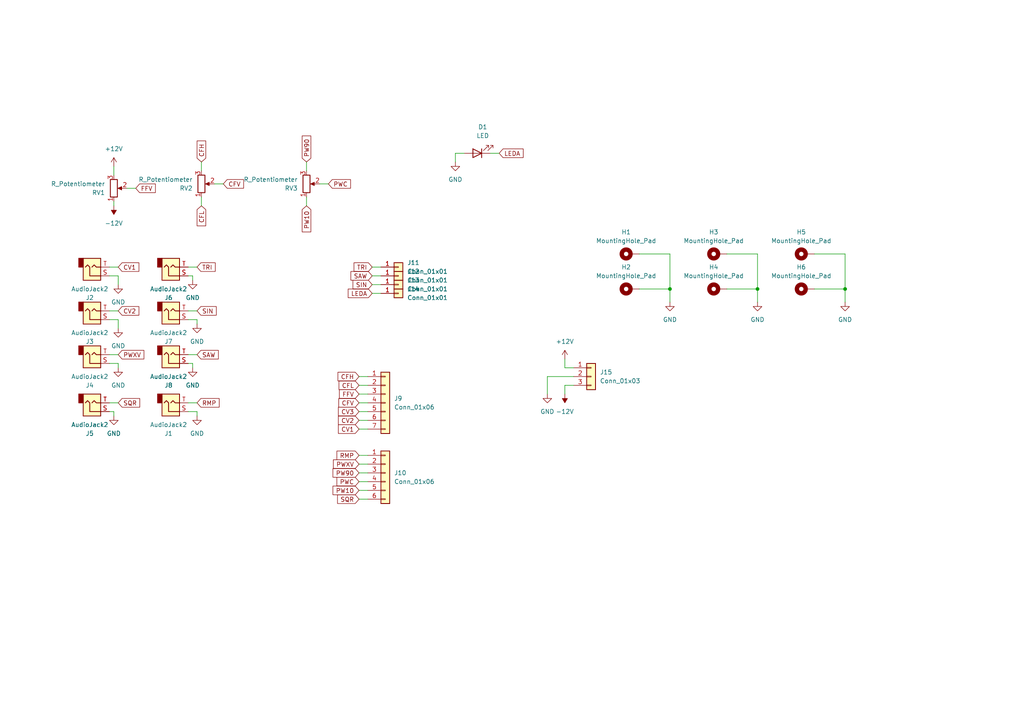
<source format=kicad_sch>
(kicad_sch (version 20230121) (generator eeschema)
  (paper "A4")
  (lib_symbols
    (symbol "Connector-github:AudioJack2"
      (property "Reference" "J" (at 0 8.89 0))
      (property "Value" "AudioJack2" (at 0 6.35 0))
      (symbol "AudioJack2_0_1"
        (rectangle (start -3.81 0) (end -2.54 -2.54) (stroke (width 0.254)) (fill (type outline)))
        (rectangle (start -2.54 3.81) (end 2.54 -2.54) (stroke (width 0.254)) (fill (type background)))
        (polyline (pts (xy 0 0) (xy 0.635 -0.635) (xy 1.27 0) (xy 2.54 0)) (stroke (width 0.254)))
        (polyline (pts (xy 2.54 2.54) (xy -0.635 2.54) (xy -0.635 0) (xy -1.27 -0.635) (xy -1.905 0)) (stroke (width 0.254)))
      )
      (symbol "AudioJack2_1_1"
        (pin passive line (at 5.08 2.54 180) (length 2.54) (name "~") (number "S"))
        (pin passive line (at 5.08 0 180) (length 2.54) (name "~") (number "T"))
      )
    )
    (symbol "Connector_Generic:Conn_01x01" (pin_names (offset 1.016) hide)
      (property "Reference" "J" (at 0 2.54 0))
      (property "Value" "Conn_01x01" (at 0 -2.54 0))
      (symbol "Conn_01x01_1_1"
        (rectangle (start -1.27 0.127) (end 0 -0.127) (stroke (width 0.1524)))
        (rectangle (start -1.27 1.27) (end 1.27 -1.27) (stroke (width 0.254)) (fill (type background)))
        (pin passive line (at -5.08 0 0) (length 3.81) (name "Pin_1") (number "1"))
      )
    )
    (symbol "Connector_Generic:Conn_01x03" (pin_names (offset 1.016) hide)
      (property "Reference" "J" (at 0 5.08 0))
      (property "Value" "Conn_01x03" (at 0 -5.08 0))
      (symbol "Conn_01x03_1_1"
        (rectangle (start -1.27 -2.413) (end 0 -2.667) (stroke (width 0.1524)))
        (rectangle (start -1.27 0.127) (end 0 -0.127) (stroke (width 0.1524)))
        (rectangle (start -1.27 2.667) (end 0 2.413) (stroke (width 0.1524)))
        (rectangle (start -1.27 3.81) (end 1.27 -3.81) (stroke (width 0.254)) (fill (type background)))
        (pin passive line (at -5.08 2.54 0) (length 3.81) (name "Pin_1") (number "1"))
        (pin passive line (at -5.08 0 0) (length 3.81) (name "Pin_2") (number "2"))
        (pin passive line (at -5.08 -2.54 0) (length 3.81) (name "Pin_3") (number "3"))
      )
    )
    (symbol "Connector_Generic:Conn_01x06" (pin_names (offset 1.016) hide)
      (property "Reference" "J" (at 0 7.62 0))
      (property "Value" "Conn_01x06" (at 0 -10.16 0))
      (symbol "Conn_01x06_1_1"
        (rectangle (start -1.27 -7.493) (end 0 -7.747) (stroke (width 0.1524)))
        (rectangle (start -1.27 -4.953) (end 0 -5.207) (stroke (width 0.1524)))
        (rectangle (start -1.27 -2.413) (end 0 -2.667) (stroke (width 0.1524)))
        (rectangle (start -1.27 0.127) (end 0 -0.127) (stroke (width 0.1524)))
        (rectangle (start -1.27 2.667) (end 0 2.413) (stroke (width 0.1524)))
        (rectangle (start -1.27 5.207) (end 0 4.953) (stroke (width 0.1524)))
        (rectangle (start -1.27 6.35) (end 1.27 -8.89) (stroke (width 0.254)) (fill (type background)))
        (pin passive line (at -5.08 5.08 0) (length 3.81) (name "Pin_1") (number "1"))
        (pin passive line (at -5.08 2.54 0) (length 3.81) (name "Pin_2") (number "2"))
        (pin passive line (at -5.08 0 0) (length 3.81) (name "Pin_3") (number "3"))
        (pin passive line (at -5.08 -2.54 0) (length 3.81) (name "Pin_4") (number "4"))
        (pin passive line (at -5.08 -5.08 0) (length 3.81) (name "Pin_5") (number "5"))
        (pin passive line (at -5.08 -7.62 0) (length 3.81) (name "Pin_6") (number "6"))
      )
    )
    (symbol "Connector_Generic:Conn_01x07" (pin_names (offset 1.016) hide)
      (property "Reference" "J" (at 0 10.16 0))
      (property "Value" "Conn_01x07" (at 0 -10.16 0))
      (symbol "Conn_01x07_1_1"
        (rectangle (start -1.27 -7.493) (end 0 -7.747) (stroke (width 0.1524)))
        (rectangle (start -1.27 -4.953) (end 0 -5.207) (stroke (width 0.1524)))
        (rectangle (start -1.27 -2.413) (end 0 -2.667) (stroke (width 0.1524)))
        (rectangle (start -1.27 0.127) (end 0 -0.127) (stroke (width 0.1524)))
        (rectangle (start -1.27 2.667) (end 0 2.413) (stroke (width 0.1524)))
        (rectangle (start -1.27 5.207) (end 0 4.953) (stroke (width 0.1524)))
        (rectangle (start -1.27 7.747) (end 0 7.493) (stroke (width 0.1524)))
        (rectangle (start -1.27 8.89) (end 1.27 -8.89) (stroke (width 0.254)) (fill (type background)))
        (pin passive line (at -5.08 7.62 0) (length 3.81) (name "Pin_1") (number "1"))
        (pin passive line (at -5.08 5.08 0) (length 3.81) (name "Pin_2") (number "2"))
        (pin passive line (at -5.08 2.54 0) (length 3.81) (name "Pin_3") (number "3"))
        (pin passive line (at -5.08 0 0) (length 3.81) (name "Pin_4") (number "4"))
        (pin passive line (at -5.08 -2.54 0) (length 3.81) (name "Pin_5") (number "5"))
        (pin passive line (at -5.08 -5.08 0) (length 3.81) (name "Pin_6") (number "6"))
        (pin passive line (at -5.08 -7.62 0) (length 3.81) (name "Pin_7") (number "7"))
      )
    )
    (symbol "Device:LED" (pin_numbers hide) (pin_names (offset 1.016) hide)
      (property "Reference" "D" (at 0 2.54 0))
      (property "Value" "LED" (at 0 -2.54 0))
      (symbol "LED_0_1"
        (polyline (pts (xy -1.27 -1.27) (xy -1.27 1.27)) (stroke (width 0.254)))
        (polyline (pts (xy -1.27 0) (xy 1.27 0)))
        (polyline (pts (xy 1.27 -1.27) (xy 1.27 1.27) (xy -1.27 0) (xy 1.27 -1.27)) (stroke (width 0.254)))
        (polyline (pts (xy -3.048 -0.762) (xy -4.572 -2.286) (xy -3.81 -2.286) (xy -4.572 -2.286) (xy -4.572 -1.524)))
        (polyline (pts (xy -1.778 -0.762) (xy -3.302 -2.286) (xy -2.54 -2.286) (xy -3.302 -2.286) (xy -3.302 -1.524)))
      )
      (symbol "LED_1_1"
        (pin passive line (at -3.81 0 0) (length 2.54) (name "K") (number "1"))
        (pin passive line (at 3.81 0 180) (length 2.54) (name "A") (number "2"))
      )
    )
    (symbol "Device:R_Potentiometer" (pin_names (offset 1.016) hide)
      (property "Reference" "RV" (at -4.445 0 90))
      (property "Value" "R_Potentiometer" (at -2.54 0 90))
      (symbol "R_Potentiometer_0_1"
        (polyline (pts (xy 2.54 0) (xy 1.524 0)))
        (polyline (pts (xy 1.143 0) (xy 2.286 0.508) (xy 2.286 -0.508) (xy 1.143 0)) (fill (type outline)))
        (rectangle (start 1.016 2.54) (end -1.016 -2.54) (stroke (width 0.254)))
      )
      (symbol "R_Potentiometer_1_1"
        (pin passive line (at 0 3.81 270) (length 1.27) (name "1") (number "1"))
        (pin passive line (at 3.81 0 180) (length 1.27) (name "2") (number "2"))
        (pin passive line (at 0 -3.81 90) (length 1.27) (name "3") (number "3"))
      )
    )
    (symbol "Mechanical:MountingHole_Pad" (pin_numbers hide) (pin_names (offset 1.016) hide)
      (property "Reference" "H" (at 0 6.35 0))
      (property "Value" "MountingHole_Pad" (at 0 4.445 0))
      (symbol "MountingHole_Pad_0_1"
        (circle (center 0 1.27) (radius 1.27) (stroke (width 1.27)))
      )
      (symbol "MountingHole_Pad_1_1"
        (pin input line (at 0 -2.54 90) (length 2.54) (name "1") (number "1"))
      )
    )
    (symbol "power:+12V" (power) (pin_names (offset 0))
      (property "Value" "+12V" (at 0 3.556 0))
      (symbol "+12V_0_1"
        (polyline (pts (xy -0.762 1.27) (xy 0 2.54)))
        (polyline (pts (xy 0 0) (xy 0 2.54)))
        (polyline (pts (xy 0 2.54) (xy 0.762 1.27)))
      )
      (symbol "+12V_1_1"
        (pin power_in line (at 0 0 90) (length 0) hide (name "+12V") (number "1"))
      )
    )
    (symbol "power:-12V" (power) (pin_names (offset 0))
      (property "Value" "-12V" (at 0 3.81 0))
      (symbol "-12V_0_0"
        (pin power_in line (at 0 0 90) (length 0) hide (name "-12V") (number "1"))
      )
      (symbol "-12V_0_1"
        (polyline (pts (xy 0 0) (xy 0 1.27) (xy 0.762 1.27) (xy 0 2.54) (xy -0.762 1.27) (xy 0 1.27)) (fill (type outline)))
      )
    )
    (symbol "power:GND" (power) (pin_names (offset 0))
      (property "Value" "GND" (at 0 -3.81 0))
      (symbol "GND_0_1"
        (polyline (pts (xy 0 0) (xy 0 -1.27) (xy 1.27 -1.27) (xy 0 -2.54) (xy -1.27 -1.27) (xy 0 -1.27)))
      )
      (symbol "GND_1_1"
        (pin power_in line (at 0 0 270) (length 0) hide (name "GND") (number "1"))
      )
    )
  )
  (junction (at 245.11 83.82))
  (junction (at 194.31 83.82))
  (junction (at 219.71 83.82))
  (wire (pts (xy 92.71 53.34) (xy 95.25 53.34)))
  (wire (pts (xy 194.31 83.82) (xy 194.31 87.63)))
  (wire (pts (xy 58.42 46.99) (xy 58.42 49.53)))
  (wire (pts (xy 104.14 121.92) (xy 106.68 121.92)))
  (wire (pts (xy 104.14 119.38) (xy 106.68 119.38)))
  (wire (pts (xy 34.29 80.01) (xy 34.29 82.55)))
  (wire (pts (xy 107.95 80.01) (xy 110.49 80.01)))
  (wire (pts (xy 31.75 116.84) (xy 34.29 116.84)))
  (wire (pts (xy 219.71 83.82) (xy 219.71 73.66)))
  (wire (pts (xy 33.02 119.38) (xy 33.02 120.65)))
  (wire (pts (xy 54.61 92.71) (xy 57.15 92.71)))
  (wire (pts (xy 245.11 83.82) (xy 245.11 87.63)))
  (wire (pts (xy 36.83 54.61) (xy 39.37 54.61)))
  (wire (pts (xy 104.14 116.84) (xy 106.68 116.84)))
  (wire (pts (xy 54.61 90.17) (xy 57.15 90.17)))
  (wire (pts (xy 132.08 44.45) (xy 132.08 46.99)))
  (wire (pts (xy 163.83 106.68) (xy 163.83 104.14)))
  (wire (pts (xy 57.15 92.71) (xy 57.15 93.98)))
  (wire (pts (xy 158.75 109.22) (xy 158.75 114.3)))
  (wire (pts (xy 31.75 119.38) (xy 33.02 119.38)))
  (wire (pts (xy 245.11 83.82) (xy 245.11 73.66)))
  (wire (pts (xy 142.24 44.45) (xy 144.78 44.45)))
  (wire (pts (xy 163.83 111.76) (xy 163.83 114.3)))
  (wire (pts (xy 104.14 124.46) (xy 106.68 124.46)))
  (wire (pts (xy 134.62 44.45) (xy 132.08 44.45)))
  (wire (pts (xy 107.95 85.09) (xy 110.49 85.09)))
  (wire (pts (xy 245.11 73.66) (xy 236.22 73.66)))
  (wire (pts (xy 166.37 106.68) (xy 163.83 106.68)))
  (wire (pts (xy 104.14 137.16) (xy 106.68 137.16)))
  (wire (pts (xy 54.61 80.01) (xy 55.88 80.01)))
  (wire (pts (xy 219.71 83.82) (xy 219.71 87.63)))
  (wire (pts (xy 104.14 139.7) (xy 106.68 139.7)))
  (wire (pts (xy 31.75 77.47) (xy 34.29 77.47)))
  (wire (pts (xy 34.29 105.41) (xy 34.29 106.68)))
  (wire (pts (xy 185.42 83.82) (xy 194.31 83.82)))
  (wire (pts (xy 88.9 57.15) (xy 88.9 59.69)))
  (wire (pts (xy 33.02 58.42) (xy 33.02 59.69)))
  (wire (pts (xy 31.75 92.71) (xy 34.29 92.71)))
  (wire (pts (xy 166.37 109.22) (xy 158.75 109.22)))
  (wire (pts (xy 58.42 57.15) (xy 58.42 59.69)))
  (wire (pts (xy 104.14 111.76) (xy 106.68 111.76)))
  (wire (pts (xy 31.75 90.17) (xy 34.29 90.17)))
  (wire (pts (xy 104.14 142.24) (xy 106.68 142.24)))
  (wire (pts (xy 62.23 53.34) (xy 64.77 53.34)))
  (wire (pts (xy 54.61 102.87) (xy 57.15 102.87)))
  (wire (pts (xy 219.71 73.66) (xy 210.82 73.66)))
  (wire (pts (xy 54.61 116.84) (xy 57.15 116.84)))
  (wire (pts (xy 194.31 73.66) (xy 185.42 73.66)))
  (wire (pts (xy 55.88 105.41) (xy 55.88 106.68)))
  (wire (pts (xy 104.14 132.08) (xy 106.68 132.08)))
  (wire (pts (xy 194.31 83.82) (xy 194.31 73.66)))
  (wire (pts (xy 210.82 83.82) (xy 219.71 83.82)))
  (wire (pts (xy 54.61 77.47) (xy 57.15 77.47)))
  (wire (pts (xy 31.75 80.01) (xy 34.29 80.01)))
  (wire (pts (xy 107.95 82.55) (xy 110.49 82.55)))
  (wire (pts (xy 104.14 109.22) (xy 106.68 109.22)))
  (wire (pts (xy 104.14 144.78) (xy 106.68 144.78)))
  (wire (pts (xy 104.14 114.3) (xy 106.68 114.3)))
  (wire (pts (xy 31.75 102.87) (xy 34.29 102.87)))
  (wire (pts (xy 54.61 119.38) (xy 57.15 119.38)))
  (wire (pts (xy 31.75 105.41) (xy 34.29 105.41)))
  (wire (pts (xy 57.15 119.38) (xy 57.15 120.65)))
  (wire (pts (xy 54.61 105.41) (xy 55.88 105.41)))
  (wire (pts (xy 236.22 83.82) (xy 245.11 83.82)))
  (wire (pts (xy 34.29 92.71) (xy 34.29 95.25)))
  (wire (pts (xy 33.02 48.26) (xy 33.02 50.8)))
  (wire (pts (xy 55.88 80.01) (xy 55.88 81.28)))
  (wire (pts (xy 166.37 111.76) (xy 163.83 111.76)))
  (wire (pts (xy 107.95 77.47) (xy 110.49 77.47)))
  (wire (pts (xy 88.9 46.99) (xy 88.9 49.53)))
  (wire (pts (xy 104.14 134.62) (xy 106.68 134.62)))
  (global_label "CV2" (shape input) (at 104.14 121.92 180) (property "Intersheetrefs" "${INTERSHEET_REFS}" (effects hide)))
  (global_label "PW90" (shape input) (at 104.14 137.16 180) (property "Intersheetrefs" "${INTERSHEET_REFS}" (effects hide)))
  (global_label "CFL" (shape input) (at 58.42 59.69 270) (property "Intersheetrefs" "${INTERSHEET_REFS}" (effects hide)))
  (global_label "CFL" (shape input) (at 104.14 111.76 180) (property "Intersheetrefs" "${INTERSHEET_REFS}" (effects hide)))
  (global_label "PWC" (shape input) (at 95.25 53.34 0) (property "Intersheetrefs" "${INTERSHEET_REFS}" (effects hide)))
  (global_label "CV2" (shape input) (at 34.29 90.17 0) (property "Intersheetrefs" "${INTERSHEET_REFS}" (effects hide)))
  (global_label "SIN" (shape input) (at 57.15 90.17 0) (property "Intersheetrefs" "${INTERSHEET_REFS}" (effects hide)))
  (global_label "PWXV" (shape input) (at 34.29 102.87 0) (property "Intersheetrefs" "${INTERSHEET_REFS}" (effects hide)))
  (global_label "SQR" (shape input) (at 104.14 144.78 180) (property "Intersheetrefs" "${INTERSHEET_REFS}" (effects hide)))
  (global_label "SIN" (shape input) (at 107.95 82.55 180) (property "Intersheetrefs" "${INTERSHEET_REFS}" (effects hide)))
  (global_label "FFV" (shape input) (at 39.37 54.61 0) (property "Intersheetrefs" "${INTERSHEET_REFS}" (effects hide)))
  (global_label "SAW" (shape input) (at 107.95 80.01 180) (property "Intersheetrefs" "${INTERSHEET_REFS}" (effects hide)))
  (global_label "TRI" (shape input) (at 107.95 77.47 180) (property "Intersheetrefs" "${INTERSHEET_REFS}" (effects hide)))
  (global_label "CFV" (shape input) (at 104.14 116.84 180) (property "Intersheetrefs" "${INTERSHEET_REFS}" (effects hide)))
  (global_label "PW90" (shape input) (at 88.9 46.99 90) (property "Intersheetrefs" "${INTERSHEET_REFS}" (effects hide)))
  (global_label "LEDA" (shape input) (at 107.95 85.09 180) (property "Intersheetrefs" "${INTERSHEET_REFS}" (effects hide)))
  (global_label "CFV" (shape input) (at 64.77 53.34 0) (property "Intersheetrefs" "${INTERSHEET_REFS}" (effects hide)))
  (global_label "CV1" (shape input) (at 104.14 124.46 180) (property "Intersheetrefs" "${INTERSHEET_REFS}" (effects hide)))
  (global_label "CV1" (shape input) (at 34.29 77.47 0) (property "Intersheetrefs" "${INTERSHEET_REFS}" (effects hide)))
  (global_label "SQR" (shape input) (at 34.29 116.84 0) (property "Intersheetrefs" "${INTERSHEET_REFS}" (effects hide)))
  (global_label "TRI" (shape input) (at 57.15 77.47 0) (property "Intersheetrefs" "${INTERSHEET_REFS}" (effects hide)))
  (global_label "FFV" (shape input) (at 104.14 114.3 180) (property "Intersheetrefs" "${INTERSHEET_REFS}" (effects hide)))
  (global_label "CFH" (shape input) (at 104.14 109.22 180) (property "Intersheetrefs" "${INTERSHEET_REFS}" (effects hide)))
  (global_label "PW10" (shape input) (at 104.14 142.24 180) (property "Intersheetrefs" "${INTERSHEET_REFS}" (effects hide)))
  (global_label "PWXV" (shape input) (at 104.14 134.62 180) (property "Intersheetrefs" "${INTERSHEET_REFS}" (effects hide)))
  (global_label "RMP" (shape input) (at 104.14 132.08 180) (property "Intersheetrefs" "${INTERSHEET_REFS}" (effects hide)))
  (global_label "PWC" (shape input) (at 104.14 139.7 180) (property "Intersheetrefs" "${INTERSHEET_REFS}" (effects hide)))
  (global_label "RMP" (shape input) (at 57.15 116.84 0) (property "Intersheetrefs" "${INTERSHEET_REFS}" (effects hide)))
  (global_label "CV3" (shape input) (at 104.14 119.38 180) (property "Intersheetrefs" "${INTERSHEET_REFS}" (effects hide)))
  (global_label "SAW" (shape input) (at 57.15 102.87 0) (property "Intersheetrefs" "${INTERSHEET_REFS}" (effects hide)))
  (global_label "LEDA" (shape input) (at 144.78 44.45 0) (property "Intersheetrefs" "${INTERSHEET_REFS}" (effects hide)))
  (global_label "PW10" (shape input) (at 88.9 59.69 270) (property "Intersheetrefs" "${INTERSHEET_REFS}" (effects hide)))
  (global_label "CFH" (shape input) (at 58.42 46.99 90) (property "Intersheetrefs" "${INTERSHEET_REFS}" (effects hide)))
  (symbol (lib_id "power:GND") (at 34.29 106.68 0) (unit 1)
    (property "Reference" "#PWR03" (effects hide))
    (property "Value" "GND" (at 34.29 111.76 0))
  )
  (symbol (lib_id "power:-12V") (at 33.02 59.69 180) (unit 1)
    (property "Reference" "#PWR09" (effects hide))
    (property "Value" "-12V" (at 33.02 64.77 0))
  )
  (symbol (lib_id "Device:R_Potentiometer") (at 33.02 54.61 0) (mirror x) (unit 1)
    (property "Reference" "RV1" (at 30.48 55.88 0) (effects (justify right)))
    (property "Value" "R_Potentiometer" (at 30.48 53.34 0) (effects (justify right)))
    (property "Footprint" "Library:Potentiometer_Bourns_PTV09A-1_Single_Vertical" (effects hide))
  )
  (symbol (lib_id "Connector-github:AudioJack2") (at 49.53 102.87 0) (mirror x) (unit 1)
    (property "Reference" "J8" (at 48.895 111.76 0))
    (property "Value" "AudioJack2" (at 48.895 109.22 0))
    (property "Footprint" "Library:Jack_3.5mm_QingPu_WQP-PJ398SM_Vertical_CircularHoles" (effects hide))
  )
  (symbol (lib_id "Connector_Generic:Conn_01x01") (at 115.57 82.55 0) (unit 1)
    (property "Reference" "J13" (at 118.11 81.28 0) (effects (justify left)))
    (property "Value" "Conn_01x01" (at 118.11 83.82 0) (effects (justify left)))
    (property "Footprint" "Connector_PinHeader_2.54mm:PinHeader_1x01_P2.54mm_Vertical" (effects hide))
  )
  (symbol (lib_id "Connector-github:AudioJack2") (at 26.67 90.17 0) (mirror x) (unit 1)
    (property "Reference" "J3" (at 26.035 99.06 0))
    (property "Value" "AudioJack2" (at 26.035 96.52 0))
    (property "Footprint" "Library:Jack_3.5mm_QingPu_WQP-PJ398SM_Vertical_CircularHoles" (effects hide))
  )
  (symbol (lib_id "Connector-github:AudioJack2") (at 26.67 116.84 0) (mirror x) (unit 1)
    (property "Reference" "J5" (at 26.035 125.73 0))
    (property "Value" "AudioJack2" (at 26.035 123.19 0))
    (property "Footprint" "Library:Jack_3.5mm_QingPu_WQP-PJ398SM_Vertical_CircularHoles" (effects hide))
  )
  (symbol (lib_id "Connector_Generic:Conn_01x01") (at 115.57 80.01 0) (unit 1)
    (property "Reference" "J12" (at 118.11 78.74 0) (effects (justify left)))
    (property "Value" "Conn_01x01" (at 118.11 81.28 0) (effects (justify left)))
    (property "Footprint" "Connector_PinHeader_2.54mm:PinHeader_1x01_P2.54mm_Vertical" (effects hide))
  )
  (symbol (lib_id "power:GND") (at 33.02 120.65 0) (unit 1)
    (property "Reference" "#PWR04" (effects hide))
    (property "Value" "GND" (at 33.02 125.73 0))
  )
  (symbol (lib_id "Connector_Generic:Conn_01x01") (at 115.57 77.47 0) (unit 1)
    (property "Reference" "J11" (at 118.11 76.2 0) (effects (justify left)))
    (property "Value" "Conn_01x01" (at 118.11 78.74 0) (effects (justify left)))
    (property "Footprint" "Connector_PinHeader_2.54mm:PinHeader_1x01_P2.54mm_Vertical" (effects hide))
  )
  (symbol (lib_id "power:+12V") (at 33.02 48.26 0) (unit 1)
    (property "Reference" "#PWR010" (effects hide))
    (property "Value" "+12V" (at 33.02 43.18 0))
  )
  (symbol (lib_id "Device:R_Potentiometer") (at 88.9 53.34 0) (mirror x) (unit 1)
    (property "Reference" "RV3" (at 86.36 54.61 0) (effects (justify right)))
    (property "Value" "R_Potentiometer" (at 86.36 52.07 0) (effects (justify right)))
    (property "Footprint" "Library:Potentiometer_Bourns_PTV09A-1_Single_Vertical" (effects hide))
  )
  (symbol (lib_id "Connector-github:AudioJack2") (at 49.53 116.84 0) (mirror x) (unit 1)
    (property "Reference" "J1" (at 48.895 125.73 0))
    (property "Value" "AudioJack2" (at 48.895 123.19 0))
    (property "Footprint" "Library:Jack_3.5mm_QingPu_WQP-PJ398SM_Vertical_CircularHoles" (effects hide))
  )
  (symbol (lib_id "Mechanical:MountingHole_Pad") (at 233.68 83.82 90) (unit 1)
    (property "Reference" "H6" (at 232.41 77.47 90))
    (property "Value" "MountingHole_Pad" (at 232.41 80.01 90))
    (property "Footprint" "MountingHole:MountingHole_3.2mm_M3_DIN965_Pad" (effects hide))
  )
  (symbol (lib_id "Device:LED") (at 138.43 44.45 180) (unit 1)
    (property "Reference" "D1" (at 140.0175 36.83 0))
    (property "Value" "LED" (at 140.0175 39.37 0))
    (property "Footprint" "LED_THT:LED_D3.0mm" (effects hide))
  )
  (symbol (lib_id "Connector-github:AudioJack2") (at 26.67 102.87 0) (mirror x) (unit 1)
    (property "Reference" "J4" (at 26.035 111.76 0))
    (property "Value" "AudioJack2" (at 26.035 109.22 0))
    (property "Footprint" "Library:Jack_3.5mm_QingPu_WQP-PJ398SM_Vertical_CircularHoles" (effects hide))
  )
  (symbol (lib_id "power:GND") (at 34.29 95.25 0) (unit 1)
    (property "Reference" "#PWR02" (effects hide))
    (property "Value" "GND" (at 34.29 100.33 0))
  )
  (symbol (lib_id "power:GND") (at 57.15 120.65 0) (unit 1)
    (property "Reference" "#PWR05" (effects hide))
    (property "Value" "GND" (at 57.15 125.73 0))
  )
  (symbol (lib_id "Mechanical:MountingHole_Pad") (at 208.28 83.82 90) (unit 1)
    (property "Reference" "H4" (at 207.01 77.47 90))
    (property "Value" "MountingHole_Pad" (at 207.01 80.01 90))
    (property "Footprint" "MountingHole:MountingHole_3.2mm_M3_DIN965_Pad" (effects hide))
  )
  (symbol (lib_id "Connector_Generic:Conn_01x06") (at 111.76 137.16 0) (unit 1)
    (property "Reference" "J10" (at 114.3 137.16 0) (effects (justify left)))
    (property "Value" "Conn_01x06" (at 114.3 139.7 0) (effects (justify left)))
    (property "Footprint" "Connector_PinHeader_2.54mm:PinHeader_1x06_P2.54mm_Vertical" (effects hide))
  )
  (symbol (lib_id "Connector-github:AudioJack2") (at 49.53 90.17 0) (mirror x) (unit 1)
    (property "Reference" "J7" (at 48.895 99.06 0))
    (property "Value" "AudioJack2" (at 48.895 96.52 0))
    (property "Footprint" "Library:Jack_3.5mm_QingPu_WQP-PJ398SM_Vertical_CircularHoles" (effects hide))
  )
  (symbol (lib_id "power:-12V") (at 163.83 114.3 180) (unit 1)
    (property "Reference" "#PWR014" (effects hide))
    (property "Value" "-12V" (at 163.83 119.38 0))
  )
  (symbol (lib_id "Mechanical:MountingHole_Pad") (at 233.68 73.66 90) (unit 1)
    (property "Reference" "H5" (at 232.41 67.31 90))
    (property "Value" "MountingHole_Pad" (at 232.41 69.85 90))
    (property "Footprint" "MountingHole:MountingHole_3.2mm_M3_DIN965_Pad" (effects hide))
  )
  (symbol (lib_id "Mechanical:MountingHole_Pad") (at 182.88 83.82 90) (unit 1)
    (property "Reference" "H2" (at 181.61 77.47 90))
    (property "Value" "MountingHole_Pad" (at 181.61 80.01 90))
    (property "Footprint" "MountingHole:MountingHole_3.2mm_M3_DIN965_Pad" (effects hide))
  )
  (symbol (lib_id "Connector-github:AudioJack2") (at 26.67 77.47 0) (mirror x) (unit 1)
    (property "Reference" "J2" (at 26.035 86.36 0))
    (property "Value" "AudioJack2" (at 26.035 83.82 0))
    (property "Footprint" "Library:Jack_3.5mm_QingPu_WQP-PJ398SM_Vertical_CircularHoles" (effects hide))
  )
  (symbol (lib_id "power:GND") (at 55.88 106.68 0) (unit 1)
    (property "Reference" "#PWR06" (effects hide))
    (property "Value" "GND" (at 55.88 111.76 0))
  )
  (symbol (lib_id "Mechanical:MountingHole_Pad") (at 182.88 73.66 90) (unit 1)
    (property "Reference" "H1" (at 181.61 67.31 90))
    (property "Value" "MountingHole_Pad" (at 181.61 69.85 90))
    (property "Footprint" "MountingHole:MountingHole_3.2mm_M3_DIN965_Pad" (effects hide))
  )
  (symbol (lib_id "Connector-github:AudioJack2") (at 49.53 77.47 0) (mirror x) (unit 1)
    (property "Reference" "J6" (at 48.895 86.36 0))
    (property "Value" "AudioJack2" (at 48.895 83.82 0))
    (property "Footprint" "Library:Jack_3.5mm_QingPu_WQP-PJ398SM_Vertical_CircularHoles" (effects hide))
  )
  (symbol (lib_id "power:GND") (at 132.08 46.99 0) (unit 1)
    (property "Reference" "#PWR015" (effects hide))
    (property "Value" "GND" (at 132.08 52.07 0))
  )
  (symbol (lib_id "power:GND") (at 34.29 82.55 0) (unit 1)
    (property "Reference" "#PWR01" (effects hide))
    (property "Value" "GND" (at 34.29 87.63 0))
  )
  (symbol (lib_id "Device:R_Potentiometer") (at 58.42 53.34 0) (mirror x) (unit 1)
    (property "Reference" "RV2" (at 55.88 54.61 0) (effects (justify right)))
    (property "Value" "R_Potentiometer" (at 55.88 52.07 0) (effects (justify right)))
    (property "Footprint" "Library:Potentiometer_Bourns_PTV09A-1_Single_Vertical" (effects hide))
  )
  (symbol (lib_id "power:GND") (at 55.88 81.28 0) (unit 1)
    (property "Reference" "#PWR08" (effects hide))
    (property "Value" "GND" (at 55.88 86.36 0))
  )
  (symbol (lib_id "power:GND") (at 245.11 87.63 0) (unit 1)
    (property "Reference" "#PWR017" (effects hide))
    (property "Value" "GND" (at 245.11 92.71 0))
  )
  (symbol (lib_id "power:GND") (at 219.71 87.63 0) (unit 1)
    (property "Reference" "#PWR016" (effects hide))
    (property "Value" "GND" (at 219.71 92.71 0))
  )
  (symbol (lib_id "Mechanical:MountingHole_Pad") (at 208.28 73.66 90) (unit 1)
    (property "Reference" "H3" (at 207.01 67.31 90))
    (property "Value" "MountingHole_Pad" (at 207.01 69.85 90))
    (property "Footprint" "MountingHole:MountingHole_3.2mm_M3_DIN965_Pad" (effects hide))
  )
  (symbol (lib_id "power:GND") (at 57.15 93.98 0) (unit 1)
    (property "Reference" "#PWR07" (effects hide))
    (property "Value" "GND" (at 57.15 99.06 0))
  )
  (symbol (lib_id "power:GND") (at 194.31 87.63 0) (unit 1)
    (property "Reference" "#PWR011" (effects hide))
    (property "Value" "GND" (at 194.31 92.71 0))
  )
  (symbol (lib_id "Connector_Generic:Conn_01x07") (at 111.76 116.84 0) (unit 1)
    (property "Reference" "J9" (at 114.3 115.57 0) (effects (justify left)))
    (property "Value" "Conn_01x06" (at 114.3 118.11 0) (effects (justify left)))
    (property "Footprint" "Connector_PinHeader_2.54mm:PinHeader_1x07_P2.54mm_Vertical" (effects hide))
  )
  (symbol (lib_id "Connector_Generic:Conn_01x01") (at 115.57 85.09 0) (unit 1)
    (property "Reference" "J14" (at 118.11 83.82 0) (effects (justify left)))
    (property "Value" "Conn_01x01" (at 118.11 86.36 0) (effects (justify left)))
    (property "Footprint" "Connector_PinHeader_2.54mm:PinHeader_1x01_P2.54mm_Vertical" (effects hide))
  )
  (symbol (lib_id "power:+12V") (at 163.83 104.14 0) (unit 1)
    (property "Reference" "#PWR013" (effects hide))
    (property "Value" "+12V" (at 163.83 99.06 0))
  )
  (symbol (lib_id "Connector_Generic:Conn_01x03") (at 171.45 109.22 0) (unit 1)
    (property "Reference" "J15" (at 173.99 107.95 0) (effects (justify left)))
    (property "Value" "Conn_01x03" (at 173.99 110.49 0) (effects (justify left)))
    (property "Footprint" "Connector_PinHeader_2.54mm:PinHeader_1x03_P2.54mm_Vertical" (effects hide))
  )
  (symbol (lib_id "power:GND") (at 158.75 114.3 0) (unit 1)
    (property "Reference" "#PWR012" (effects hide))
    (property "Value" "GND" (at 158.75 119.38 0))
  )
)
</source>
